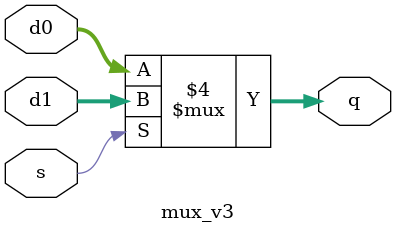
<source format=sv>
module mux_v3 #(
    parameter ANCHO = 4
)
(
    input logic [ANCHO - 1:0]     d0,
    input logic [ANCHO - 1:0]     d1,

    input logic                   s,
    output logic [ANCHO -1:0]     q
);

always_comb begin
    if(s==0)
        q = d0;
    else begin
        q = d1;
    end 
end

//assign q = ( ~{s,s,s,s} & d0 ) | ({4{s}} & d1);

/*always_comb begin
    q = ( ~s & d0 ) | (s & d1);
end¨*/

//assign q = s ? d1 : d0;

/*always_comb
    q = s ? d1 : d0;
*/



endmodule
</source>
